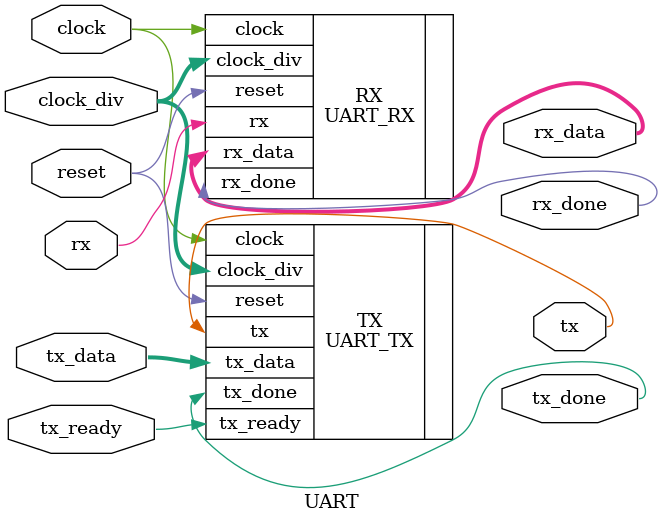
<source format=v>
module UART (
    input         reset,

    input         clock,
    input  [15:0] clock_div,

    input         rx,
    output [7:0]  rx_data,
    output        rx_done,

    input  [7:0]  tx_data,
    input         tx_ready,
    output        tx,
    output        tx_done);

    UART_TX TX(
        .reset(reset),
        .clock(clock),
        .clock_div(clock_div),
        .tx_data(tx_data),
        .tx_ready(tx_ready),
        .tx(tx),
        .tx_done(tx_done));

    UART_RX RX(
        .reset(reset),
        .clock(clock),
        .clock_div(clock_div),
        .rx(rx),
        .rx_data(rx_data),
        .rx_done(rx_done));

endmodule

</source>
